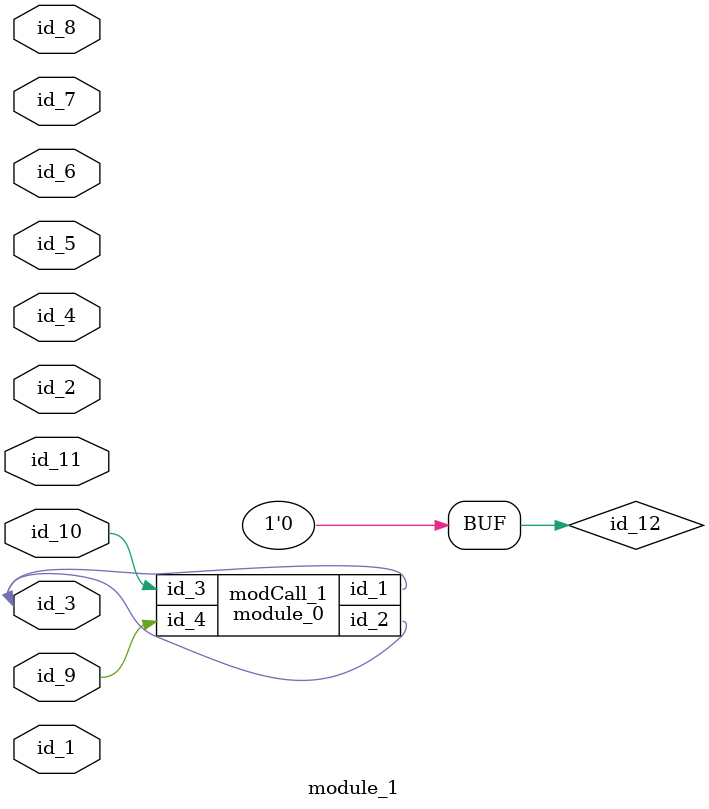
<source format=v>
module module_0 (
    id_1,
    id_2,
    id_3,
    id_4
);
  input wire id_4;
  input wire id_3;
  output wire id_2;
  output wire id_1;
  wire id_5;
endmodule
module module_1 (
    id_1,
    id_2,
    id_3,
    id_4,
    id_5,
    id_6,
    id_7,
    id_8,
    id_9,
    id_10,
    id_11
);
  inout wire id_11;
  input wire id_10;
  inout wire id_9;
  input wire id_8;
  input wire id_7;
  input wire id_6;
  inout wire id_5;
  inout wire id_4;
  inout wire id_3;
  input wire id_2;
  inout wire id_1;
  module_0 modCall_1 (
      id_3,
      id_3,
      id_10,
      id_9
  );
  assign id_1[1] = 1;
  wire id_12 = 1'b0;
endmodule

</source>
